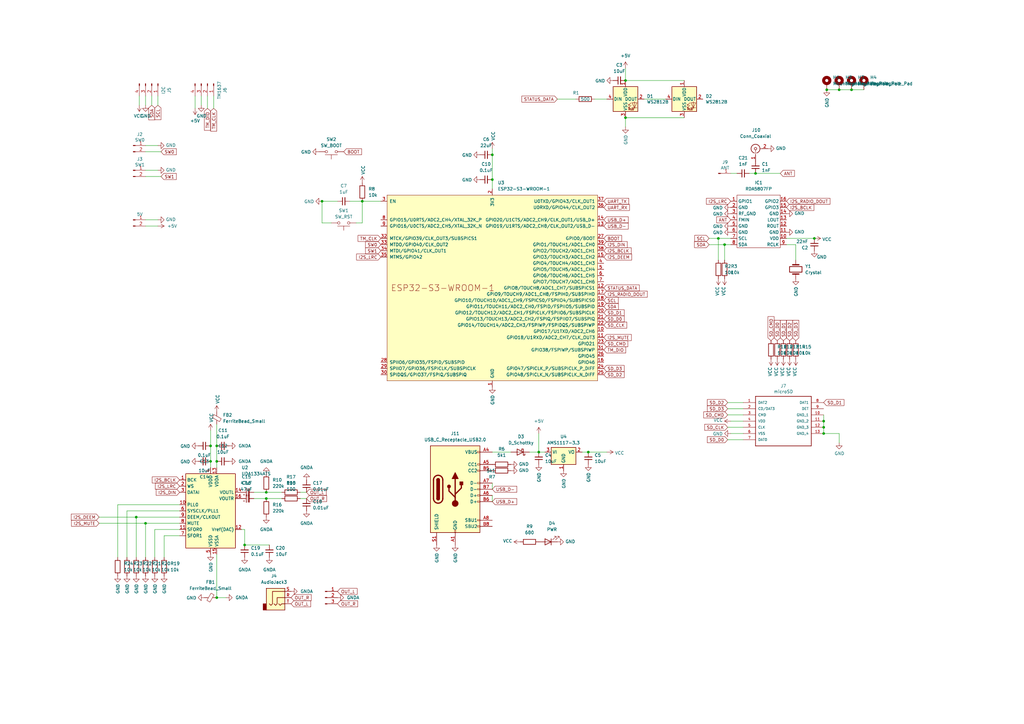
<source format=kicad_sch>
(kicad_sch (version 20231120) (generator "eeschema") (generator_version "8.0")
  (paper "A3")
  (title_block (title "ESP32-Alarm-clock") (date "2020-11-21") (rev "v0.2") (comment 4 "https://github.com/fehlfarbe/ESP32-Alarm-clock"))
  (junction (at 86.36 189.23))
  (junction (at 337.82 172.72))
  (junction (at 55.88 212.09))
  (junction (at 132.08 82.55))
  (junction (at 339.09 36.83))
  (junction (at 109.22 204.47))
  (junction (at 88.9 189.23))
  (junction (at 241.3 185.42))
  (junction (at 297.18 100.33))
  (junction (at 256.54 48.26))
  (junction (at 309.88 71.12))
  (junction (at 59.69 214.63))
  (junction (at 220.98 185.42))
  (junction (at 201.93 63.5))
  (junction (at 100.33 223.52))
  (junction (at 337.82 175.26))
  (junction (at 86.36 182.88))
  (junction (at 344.17 36.83))
  (junction (at 88.9 182.88))
  (junction (at 148.59 82.55))
  (junction (at 109.22 201.93))
  (junction (at 201.93 73.66))
  (junction (at 334.01 97.79))
  (junction (at 349.25 36.83))
  (junction (at 88.9 245.11))
  (junction (at 256.54 33.02))
  (junction (at 337.82 177.8))
  (junction (at 294.64 97.79))
  (wire (pts (xy 67.31 219.71) (xy 67.31 228.6)))
  (wire (pts (xy 148.59 82.55) (xy 156.21 82.55)))
  (wire (pts (xy 59.69 72.39) (xy 66.04 72.39)))
  (wire (pts (xy 201.93 73.66) (xy 201.93 77.47)))
  (wire (pts (xy 73.66 219.71) (xy 67.31 219.71)))
  (wire (pts (xy 132.08 91.44) (xy 132.08 82.55)))
  (wire (pts (xy 256.54 52.07) (xy 256.54 48.26)))
  (wire (pts (xy 201.93 203.2) (xy 201.93 205.74)))
  (wire (pts (xy 88.9 189.23) (xy 88.9 191.77)))
  (wire (pts (xy 256.54 33.02) (xy 280.67 33.02)))
  (wire (pts (xy 320.04 71.12) (xy 309.88 71.12)))
  (wire (pts (xy 86.36 189.23) (xy 86.36 191.77)))
  (wire (pts (xy 298.45 180.34) (xy 304.8 180.34)))
  (wire (pts (xy 298.45 175.26) (xy 304.8 175.26)))
  (wire (pts (xy 104.14 201.93) (xy 109.22 201.93)))
  (wire (pts (xy 88.9 173.99) (xy 88.9 182.88)))
  (wire (pts (xy 339.09 36.83) (xy 344.17 36.83)))
  (wire (pts (xy 220.98 177.8) (xy 220.98 185.42)))
  (wire (pts (xy 123.19 204.47) (xy 125.73 204.47)))
  (wire (pts (xy 297.18 100.33) (xy 299.72 100.33)))
  (wire (pts (xy 299.72 172.72) (xy 304.8 172.72)))
  (wire (pts (xy 256.54 27.94) (xy 256.54 33.02)))
  (wire (pts (xy 298.45 165.1) (xy 304.8 165.1)))
  (wire (pts (xy 132.08 82.55) (xy 138.43 82.55)))
  (wire (pts (xy 63.5 217.17) (xy 73.66 217.17)))
  (wire (pts (xy 64.77 92.71) (xy 59.69 92.71)))
  (wire (pts (xy 326.39 100.33) (xy 322.58 100.33)))
  (wire (pts (xy 88.9 182.88) (xy 88.9 189.23)))
  (wire (pts (xy 143.51 82.55) (xy 148.59 82.55)))
  (wire (pts (xy 52.07 209.55) (xy 52.07 228.6)))
  (wire (pts (xy 307.34 71.12) (xy 309.88 71.12)))
  (wire (pts (xy 59.69 62.23) (xy 66.04 62.23)))
  (wire (pts (xy 100.33 223.52) (xy 110.49 223.52)))
  (wire (pts (xy 217.17 185.42) (xy 220.98 185.42)))
  (wire (pts (xy 86.36 182.88) (xy 86.36 189.23)))
  (wire (pts (xy 201.93 185.42) (xy 209.55 185.42)))
  (wire (pts (xy 85.09 39.37) (xy 85.09 44.45)))
  (wire (pts (xy 40.64 212.09) (xy 55.88 212.09)))
  (wire (pts (xy 299.72 71.12) (xy 302.26 71.12)))
  (wire (pts (xy 100.33 217.17) (xy 100.33 223.52)))
  (wire (pts (xy 290.83 100.33) (xy 297.18 100.33)))
  (wire (pts (xy 109.22 204.47) (xy 115.57 204.47)))
  (wire (pts (xy 148.59 82.55) (xy 148.59 91.44)))
  (wire (pts (xy 256.54 48.26) (xy 280.67 48.26)))
  (wire (pts (xy 73.66 207.01) (xy 48.26 207.01)))
  (wire (pts (xy 298.45 170.18) (xy 304.8 170.18)))
  (wire (pts (xy 88.9 227.33) (xy 88.9 245.11)))
  (wire (pts (xy 146.05 91.44) (xy 148.59 91.44)))
  (wire (pts (xy 236.22 40.64) (xy 228.6 40.64)))
  (wire (pts (xy 135.89 91.44) (xy 132.08 91.44)))
  (wire (pts (xy 337.82 175.26) (xy 337.82 177.8)))
  (wire (pts (xy 238.76 185.42) (xy 241.3 185.42)))
  (wire (pts (xy 201.93 60.96) (xy 201.93 63.5)))
  (wire (pts (xy 220.98 185.42) (xy 223.52 185.42)))
  (wire (pts (xy 299.72 177.8) (xy 304.8 177.8)))
  (wire (pts (xy 294.64 97.79) (xy 294.64 106.68)))
  (wire (pts (xy 264.16 40.64) (xy 273.05 40.64)))
  (wire (pts (xy 73.66 209.55) (xy 52.07 209.55)))
  (wire (pts (xy 86.36 176.53) (xy 86.36 182.88)))
  (wire (pts (xy 337.82 175.26) (xy 337.82 172.72)))
  (wire (pts (xy 344.17 36.83) (xy 349.25 36.83)))
  (wire (pts (xy 73.66 212.09) (xy 55.88 212.09)))
  (wire (pts (xy 349.25 36.83) (xy 354.33 36.83)))
  (wire (pts (xy 298.45 167.64) (xy 304.8 167.64)))
  (wire (pts (xy 241.3 185.42) (xy 248.92 185.42)))
  (wire (pts (xy 201.93 63.5) (xy 201.93 73.66)))
  (wire (pts (xy 344.17 177.8) (xy 337.82 177.8)))
  (wire (pts (xy 290.83 97.79) (xy 294.64 97.79)))
  (wire (pts (xy 243.84 40.64) (xy 248.92 40.64)))
  (wire (pts (xy 337.82 172.72) (xy 337.82 170.18)))
  (wire (pts (xy 326.39 106.68) (xy 326.39 100.33)))
  (wire (pts (xy 59.69 43.18) (xy 59.69 39.37)))
  (wire (pts (xy 62.23 43.18) (xy 62.23 39.37)))
  (wire (pts (xy 104.14 204.47) (xy 109.22 204.47)))
  (wire (pts (xy 59.69 59.69) (xy 64.77 59.69)))
  (wire (pts (xy 109.22 201.93) (xy 115.57 201.93)))
  (wire (pts (xy 64.77 39.37) (xy 64.77 43.18)))
  (wire (pts (xy 294.64 97.79) (xy 299.72 97.79)))
  (wire (pts (xy 59.69 214.63) (xy 59.69 228.6)))
  (wire (pts (xy 99.06 217.17) (xy 100.33 217.17)))
  (wire (pts (xy 297.18 100.33) (xy 297.18 106.68)))
  (wire (pts (xy 123.19 201.93) (xy 125.73 201.93)))
  (wire (pts (xy 334.01 97.79) (xy 322.58 97.79)))
  (wire (pts (xy 87.63 44.45) (xy 87.63 39.37)))
  (wire (pts (xy 344.17 181.61) (xy 344.17 177.8)))
  (wire (pts (xy 92.71 245.11) (xy 88.9 245.11)))
  (wire (pts (xy 64.77 90.17) (xy 59.69 90.17)))
  (wire (pts (xy 63.5 217.17) (xy 63.5 228.6)))
  (wire (pts (xy 80.01 44.45) (xy 80.01 39.37)))
  (wire (pts (xy 55.88 212.09) (xy 55.88 228.6)))
  (wire (pts (xy 82.55 43.18) (xy 82.55 39.37)))
  (wire (pts (xy 48.26 207.01) (xy 48.26 228.6)))
  (wire (pts (xy 57.15 43.18) (xy 57.15 39.37)))
  (wire (pts (xy 40.64 214.63) (xy 59.69 214.63)))
  (wire (pts (xy 201.93 198.12) (xy 201.93 200.66)))
  (wire (pts (xy 59.69 69.85) (xy 64.77 69.85)))
  (wire (pts (xy 59.69 214.63) (xy 73.66 214.63)))
  (global_label "SW0" (shape input) (at 156.21 100.33 180) (property "Intersheetrefs" "${INTERSHEET_REFS}" (effects (hide yes))) (property "Referenzen zwischen Schaltplänen" "${INTERSHEET_REFS}" (effects (hide yes))))
  (global_label "SCL" (shape input) (at 247.65 123.19 0) (property "Intersheetrefs" "${INTERSHEET_REFS}" (effects (hide yes))) (property "Referenzen zwischen Schaltplänen" "${INTERSHEET_REFS}" (effects (hide yes))))
  (global_label "STATUS_DATA" (shape input) (at 228.6 40.64 180) (property "Intersheetrefs" "${INTERSHEET_REFS}" (effects (hide yes))) (property "Referenzen zwischen Schaltplänen" "${INTERSHEET_REFS}" (effects (hide yes))))
  (global_label "I2S_LRC" (shape input) (at 156.21 105.41 180) (property "Intersheetrefs" "${INTERSHEET_REFS}" (effects (hide yes))) (property "Referenzen zwischen Schaltplänen" "${INTERSHEET_REFS}" (effects (hide yes))))
  (global_label "SD_D0" (shape input) (at 298.45 180.34 180) (property "Intersheetrefs" "${INTERSHEET_REFS}" (effects (hide yes))) (property "Referenzen zwischen Schaltplänen" "${INTERSHEET_REFS}" (effects (hide yes))))
  (global_label "SDA" (shape input) (at 247.65 125.73 0) (property "Intersheetrefs" "${INTERSHEET_REFS}" (effects (hide yes))) (property "Referenzen zwischen Schaltplänen" "${INTERSHEET_REFS}" (effects (hide yes))))
  (global_label "I2S_MUTE" (shape input) (at 247.65 138.43 0) (property "Intersheetrefs" "${INTERSHEET_REFS}" (effects (hide yes))) (property "Referenzen zwischen Schaltplänen" "${INTERSHEET_REFS}" (effects (hide yes))))
  (global_label "SD_CMD" (shape input) (at 247.65 140.97 0) (property "Intersheetrefs" "${INTERSHEET_REFS}" (effects (hide yes))) (property "Referenzen zwischen Schaltplänen" "${INTERSHEET_REFS}" (effects (hide yes))))
  (global_label "OUT_R" (shape input) (at 125.73 204.47 0) (property "Intersheetrefs" "${INTERSHEET_REFS}" (effects (hide yes))) (property "Referenzen zwischen Schaltplänen" "${INTERSHEET_REFS}" (effects (hide yes))))
  (global_label "SD_CLK" (shape input) (at 247.65 133.35 0) (property "Intersheetrefs" "${INTERSHEET_REFS}" (effects (hide yes))) (property "Referenzen zwischen Schaltplänen" "${INTERSHEET_REFS}" (effects (hide yes))))
  (global_label "ANT" (shape input) (at 299.72 90.17 180) (property "Intersheetrefs" "${INTERSHEET_REFS}" (effects (hide yes))) (property "Referenzen zwischen Schaltplänen" "${INTERSHEET_REFS}" (effects (hide yes))))
  (global_label "UART_RX" (shape input) (at 247.65 85.09 0) (property "Intersheetrefs" "${INTERSHEET_REFS}" (effects (hide yes))) (property "Referenzen zwischen Schaltplänen" "${INTERSHEET_REFS}" (effects (hide yes))))
  (global_label "USB_D-" (shape input) (at 247.65 92.71 0) (property "Intersheetrefs" "${INTERSHEET_REFS}" (effects (hide yes))) (property "Referenzen zwischen Schaltplänen" "${INTERSHEET_REFS}" (effects (hide yes))))
  (global_label "USB_D+" (shape input) (at 247.65 90.17 0) (property "Intersheetrefs" "${INTERSHEET_REFS}" (effects (hide yes))) (property "Referenzen zwischen Schaltplänen" "${INTERSHEET_REFS}" (effects (hide yes))))
  (global_label "SD_D3" (shape input) (at 247.65 151.13 0) (property "Intersheetrefs" "${INTERSHEET_REFS}" (effects (hide yes))) (property "Referenzen zwischen Schaltplänen" "${INTERSHEET_REFS}" (effects (hide yes))))
  (global_label "SDA" (shape input) (at 290.83 100.33 180) (property "Intersheetrefs" "${INTERSHEET_REFS}" (effects (hide yes))) (property "Referenzen zwischen Schaltplänen" "${INTERSHEET_REFS}" (effects (hide yes))))
  (global_label "I2S_RADIO_DOUT" (shape input) (at 247.65 120.65 0) (property "Intersheetrefs" "${INTERSHEET_REFS}" (effects (hide yes))) (property "Referenzen zwischen Schaltplänen" "${INTERSHEET_REFS}" (effects (hide yes))))
  (global_label "OUT_R" (shape input) (at 119.38 245.11 0) (property "Intersheetrefs" "${INTERSHEET_REFS}" (effects (hide yes))) (property "Referenzen zwischen Schaltplänen" "${INTERSHEET_REFS}" (effects (hide yes))))
  (global_label "OUT_R" (shape input) (at 138.43 247.65 0) (property "Intersheetrefs" "${INTERSHEET_REFS}" (effects (hide yes))) (property "Referenzen zwischen Schaltplänen" "${INTERSHEET_REFS}" (effects (hide yes))))
  (global_label "SW0" (shape input) (at 66.04 62.23 0) (property "Intersheetrefs" "${INTERSHEET_REFS}" (effects (hide yes))) (property "Referenzen zwischen Schaltplänen" "${INTERSHEET_REFS}" (effects (hide yes))))
  (global_label "SD_D3" (shape input) (at 298.45 167.64 180) (property "Intersheetrefs" "${INTERSHEET_REFS}" (effects (hide yes))) (property "Referenzen zwischen Schaltplänen" "${INTERSHEET_REFS}" (effects (hide yes))))
  (global_label "I2S_DEEM" (shape input) (at 247.65 105.41 0) (property "Intersheetrefs" "${INTERSHEET_REFS}" (effects (hide yes))) (property "Referenzen zwischen Schaltplänen" "${INTERSHEET_REFS}" (effects (hide yes))))
  (global_label "STATUS_DATA" (shape input) (at 247.65 118.11 0) (property "Intersheetrefs" "${INTERSHEET_REFS}" (effects (hide yes))) (property "Referenzen zwischen Schaltplänen" "${INTERSHEET_REFS}" (effects (hide yes))))
  (global_label "SD_CLK" (shape input) (at 298.45 175.26 180) (property "Intersheetrefs" "${INTERSHEET_REFS}" (effects (hide yes))) (property "Referenzen zwischen Schaltplänen" "${INTERSHEET_REFS}" (effects (hide yes))))
  (global_label "TM_CLK" (shape input) (at 87.63 44.45 270) (property "Intersheetrefs" "${INTERSHEET_REFS}" (effects (hide yes))) (property "Referenzen zwischen Schaltplänen" "${INTERSHEET_REFS}" (effects (hide yes))))
  (global_label "I2S_MUTE" (shape input) (at 40.64 214.63 180) (property "Intersheetrefs" "${INTERSHEET_REFS}" (effects (hide yes))) (property "Referenzen zwischen Schaltplänen" "${INTERSHEET_REFS}" (effects (hide yes))))
  (global_label "BOOT" (shape input) (at 140.97 62.23 0) (property "Intersheetrefs" "${INTERSHEET_REFS}" (effects (hide yes))) (property "Referenzen zwischen Schaltplänen" "${INTERSHEET_REFS}" (effects (hide yes))))
  (global_label "BOOT" (shape input) (at 247.65 97.79 0) (property "Intersheetrefs" "${INTERSHEET_REFS}" (effects (hide yes))) (property "Referenzen zwischen Schaltplänen" "${INTERSHEET_REFS}" (effects (hide yes))))
  (global_label "SD_CMD" (shape input) (at 298.45 170.18 180) (property "Intersheetrefs" "${INTERSHEET_REFS}" (effects (hide yes))) (property "Referenzen zwischen Schaltplänen" "${INTERSHEET_REFS}" (effects (hide yes))))
  (global_label "I2S_DIN" (shape input) (at 247.65 100.33 0) (property "Intersheetrefs" "${INTERSHEET_REFS}" (effects (hide yes))) (property "Referenzen zwischen Schaltplänen" "${INTERSHEET_REFS}" (effects (hide yes))))
  (global_label "SW1" (shape input) (at 66.04 72.39 0) (property "Intersheetrefs" "${INTERSHEET_REFS}" (effects (hide yes))) (property "Referenzen zwischen Schaltplänen" "${INTERSHEET_REFS}" (effects (hide yes))))
  (global_label "SD_D0" (shape input) (at 247.65 130.81 0) (property "Intersheetrefs" "${INTERSHEET_REFS}" (effects (hide yes))) (property "Referenzen zwischen Schaltplänen" "${INTERSHEET_REFS}" (effects (hide yes))))
  (global_label "TM_DIO" (shape input) (at 247.65 143.51 0) (property "Intersheetrefs" "${INTERSHEET_REFS}" (effects (hide yes))) (property "Referenzen zwischen Schaltplänen" "${INTERSHEET_REFS}" (effects (hide yes))))
  (global_label "SCL" (shape input) (at 290.83 97.79 180) (property "Intersheetrefs" "${INTERSHEET_REFS}" (effects (hide yes))) (property "Referenzen zwischen Schaltplänen" "${INTERSHEET_REFS}" (effects (hide yes))))
  (global_label "I2S_BCLK" (shape input) (at 322.58 85.09 0) (property "Intersheetrefs" "${INTERSHEET_REFS}" (effects (hide yes))) (property "Referenzen zwischen Schaltplänen" "${INTERSHEET_REFS}" (effects (hide yes))))
  (global_label "SDA" (shape input) (at 62.23 43.18 270) (property "Intersheetrefs" "${INTERSHEET_REFS}" (effects (hide yes))) (property "Referenzen zwischen Schaltplänen" "${INTERSHEET_REFS}" (effects (hide yes))))
  (global_label "I2S_DIN" (shape input) (at 73.66 201.93 180) (property "Intersheetrefs" "${INTERSHEET_REFS}" (effects (hide yes))) (property "Referenzen zwischen Schaltplänen" "${INTERSHEET_REFS}" (effects (hide yes))))
  (global_label "SW1" (shape input) (at 156.21 102.87 180) (property "Intersheetrefs" "${INTERSHEET_REFS}" (effects (hide yes))) (property "Referenzen zwischen Schaltplänen" "${INTERSHEET_REFS}" (effects (hide yes))))
  (global_label "SD_D2" (shape input) (at 323.85 139.7 90) (property "Intersheetrefs" "${INTERSHEET_REFS}" (effects (hide yes))) (property "Referenzen zwischen Schaltplänen" "${INTERSHEET_REFS}" (effects (hide yes))))
  (global_label "UART_TX" (shape input) (at 247.65 82.55 0) (property "Intersheetrefs" "${INTERSHEET_REFS}" (effects (hide yes))) (property "Referenzen zwischen Schaltplänen" "${INTERSHEET_REFS}" (effects (hide yes))))
  (global_label "SD_D0" (shape input) (at 318.77 139.7 90) (property "Intersheetrefs" "${INTERSHEET_REFS}" (effects (hide yes))) (property "Referenzen zwischen Schaltplänen" "${INTERSHEET_REFS}" (effects (hide yes))))
  (global_label "I2S_BCLK" (shape input) (at 73.66 196.85 180) (property "Intersheetrefs" "${INTERSHEET_REFS}" (effects (hide yes))) (property "Referenzen zwischen Schaltplänen" "${INTERSHEET_REFS}" (effects (hide yes))))
  (global_label "SD_D3" (shape input) (at 326.39 139.7 90) (property "Intersheetrefs" "${INTERSHEET_REFS}" (effects (hide yes))) (property "Referenzen zwischen Schaltplänen" "${INTERSHEET_REFS}" (effects (hide yes))))
  (global_label "USB_D-" (shape input) (at 201.93 200.66 0) (property "Intersheetrefs" "${INTERSHEET_REFS}" (effects (hide yes))) (property "Referenzen zwischen Schaltplänen" "${INTERSHEET_REFS}" (effects (hide yes))))
  (global_label "OUT_L" (shape input) (at 138.43 242.57 0) (property "Intersheetrefs" "${INTERSHEET_REFS}" (effects (hide yes))) (property "Referenzen zwischen Schaltplänen" "${INTERSHEET_REFS}" (effects (hide yes))))
  (global_label "SD_D2" (shape input) (at 298.45 165.1 180) (property "Intersheetrefs" "${INTERSHEET_REFS}" (effects (hide yes))) (property "Referenzen zwischen Schaltplänen" "${INTERSHEET_REFS}" (effects (hide yes))))
  (global_label "I2S_LRC" (shape input) (at 299.72 82.55 180) (property "Intersheetrefs" "${INTERSHEET_REFS}" (effects (hide yes))) (property "Referenzen zwischen Schaltplänen" "${INTERSHEET_REFS}" (effects (hide yes))))
  (global_label "TM_CLK" (shape input) (at 156.21 97.79 180) (property "Intersheetrefs" "${INTERSHEET_REFS}" (effects (hide yes))) (property "Referenzen zwischen Schaltplänen" "${INTERSHEET_REFS}" (effects (hide yes))))
  (global_label "SCL" (shape input) (at 64.77 43.18 270) (property "Intersheetrefs" "${INTERSHEET_REFS}" (effects (hide yes))) (property "Referenzen zwischen Schaltplänen" "${INTERSHEET_REFS}" (effects (hide yes))))
  (global_label "TM_DIO" (shape input) (at 85.09 44.45 270) (property "Intersheetrefs" "${INTERSHEET_REFS}" (effects (hide yes))) (property "Referenzen zwischen Schaltplänen" "${INTERSHEET_REFS}" (effects (hide yes))))
  (global_label "SD_D2" (shape input) (at 247.65 153.67 0) (property "Intersheetrefs" "${INTERSHEET_REFS}" (effects (hide yes))) (property "Referenzen zwischen Schaltplänen" "${INTERSHEET_REFS}" (effects (hide yes))))
  (global_label "SD_D1" (shape input) (at 337.82 165.1 0) (property "Intersheetrefs" "${INTERSHEET_REFS}" (effects (hide yes))) (property "Referenzen zwischen Schaltplänen" "${INTERSHEET_REFS}" (effects (hide yes))))
  (global_label "SD_CMD" (shape input) (at 316.23 139.7 90) (property "Intersheetrefs" "${INTERSHEET_REFS}" (effects (hide yes))) (property "Referenzen zwischen Schaltplänen" "${INTERSHEET_REFS}" (effects (hide yes))))
  (global_label "OUT_L" (shape input) (at 125.73 201.93 0) (property "Intersheetrefs" "${INTERSHEET_REFS}" (effects (hide yes))) (property "Referenzen zwischen Schaltplänen" "${INTERSHEET_REFS}" (effects (hide yes))))
  (global_label "OUT_L" (shape input) (at 119.38 247.65 0) (property "Intersheetrefs" "${INTERSHEET_REFS}" (effects (hide yes))) (property "Referenzen zwischen Schaltplänen" "${INTERSHEET_REFS}" (effects (hide yes))))
  (global_label "SD_D1" (shape input) (at 321.31 139.7 90) (property "Intersheetrefs" "${INTERSHEET_REFS}" (effects (hide yes))) (property "Referenzen zwischen Schaltplänen" "${INTERSHEET_REFS}" (effects (hide yes))))
  (global_label "I2S_RADIO_DOUT" (shape input) (at 322.58 82.55 0) (property "Intersheetrefs" "${INTERSHEET_REFS}" (effects (hide yes))) (property "Referenzen zwischen Schaltplänen" "${INTERSHEET_REFS}" (effects (hide yes))))
  (global_label "I2S_DEEM" (shape input) (at 40.64 212.09 180) (property "Intersheetrefs" "${INTERSHEET_REFS}" (effects (hide yes))) (property "Referenzen zwischen Schaltplänen" "${INTERSHEET_REFS}" (effects (hide yes))))
  (global_label "SD_D1" (shape input) (at 247.65 128.27 0) (property "Intersheetrefs" "${INTERSHEET_REFS}" (effects (hide yes))) (property "Referenzen zwischen Schaltplänen" "${INTERSHEET_REFS}" (effects (hide yes))))
  (global_label "ANT" (shape input) (at 320.04 71.12 0) (property "Intersheetrefs" "${INTERSHEET_REFS}" (effects (hide yes))) (property "Referenzen zwischen Schaltplänen" "${INTERSHEET_REFS}" (effects (hide yes))))
  (global_label "USB_D+" (shape input) (at 201.93 205.74 0) (property "Intersheetrefs" "${INTERSHEET_REFS}" (effects (hide yes))) (property "Referenzen zwischen Schaltplänen" "${INTERSHEET_REFS}" (effects (hide yes))))
  (global_label "I2S_BCLK" (shape input) (at 247.65 102.87 0) (property "Intersheetrefs" "${INTERSHEET_REFS}" (effects (hide yes))) (property "Referenzen zwischen Schaltplänen" "${INTERSHEET_REFS}" (effects (hide yes))))
  (global_label "I2S_LRC" (shape input) (at 73.66 199.39 180) (property "Intersheetrefs" "${INTERSHEET_REFS}" (effects (hide yes))) (property "Referenzen zwischen Schaltplänen" "${INTERSHEET_REFS}" (effects (hide yes))))
  (symbol (lib_id "Connector:Conn_01x04_Male") (at 62.23 34.29 270) (unit 1)
    (property "Reference" "J5" (at 69.3674 37.0332 0))
    (property "Value" "I2C" (at 67.056 37.0332 0))
    (property "Footprint" "Connector_PinHeader_2.54mm:PinHeader_1x04_P2.54mm_Vertical" (effects (hide yes)))
  )
  (symbol (lib_id "mp3alarm-rescue:105162-0001-105162-0001") (at 304.8 165.1 0) (unit 1)
    (property "Reference" "J7" (at 321.31 158.3182 0))
    (property "Value" "microSD" (at 321.31 160.6296 0))
    (property "Footprint" "pcb:105162-0001" (effects (hide yes)))
    (property "MANUFACTURER_NAME" "Molex" (effects (hide yes)))
    (property "MOUSER_PRICE-STOCK" "https://www.mouser.co.uk/ProductDetail/Molex/105162-0001?qs=1fNsfHe5VsK8daqlgKxZfQ%3D%3D" (effects (hide yes)))
    (property "DESCRIPTION" "Memory Card Connectors 1.45H MICRO SD HEADER WITH D/C PIN" (effects (hide yes)))
    (property "MOUSER_PART_NUMBER" "538-105162-0001" (effects (hide yes)))
    (property "HEIGHT" "mm" (effects (hide yes)))
    (property "MANUFACTURER_PART_NUMBER" "105162-0001" (effects (hide yes)))
    (property "Link" "https://www.mouser.de/ProductDetail/538-105162-0001" (effects (hide yes)))
  )
  (symbol (lib_id "Connector:Conn_01x03_Male") (at 133.35 245.11 0) (unit 1)
    (property "Reference" "J1" (effects (hide yes)))
    (property "Value" "AUDIO" (effects (hide yes)))
    (property "Footprint" "Connector_PinHeader_2.54mm:PinHeader_1x03_P2.54mm_Vertical" (effects (hide yes)))
  )
  (symbol (lib_id "Connector:Conn_01x04_Male") (at 85.09 34.29 270) (unit 1)
    (property "Reference" "J6" (at 92.2274 37.0332 0))
    (property "Value" "TM1637" (at 89.916 37.0332 0))
    (property "Footprint" "Connector_PinHeader_2.54mm:PinHeader_1x04_P2.54mm_Vertical" (effects (hide yes)))
  )
  (symbol (lib_id "Connector:Conn_01x02_Male") (at 54.61 59.69 0) (unit 1)
    (property "Reference" "J2" (at 57.3532 55.0926 0))
    (property "Value" "SW0" (at 57.3532 57.404 0))
    (property "Footprint" "Connector_PinHeader_2.54mm:PinHeader_1x02_P2.54mm_Vertical" (effects (hide yes)))
  )
  (symbol (lib_id "Connector:Conn_01x02_Male") (at 54.61 69.85 0) (unit 1)
    (property "Reference" "J3" (at 57.3532 65.2526 0))
    (property "Value" "SW1" (at 57.3532 67.564 0))
    (property "Footprint" "Connector_PinHeader_2.54mm:PinHeader_1x02_P2.54mm_Vertical" (effects (hide yes)))
  )
  (symbol (lib_id "LED:WS2812B") (at 256.54 40.64 0) (unit 1)
    (property "Reference" "D1" (at 265.2776 39.4716 0) (effects (justify left)))
    (property "Value" "WS2812B" (at 265.2776 41.783 0) (effects (justify left)))
    (property "Footprint" "LED_SMD:LED_WS2812B_PLCC4_5.0x5.0mm_P3.2mm" (effects (hide yes)))
    (property "Datasheet" "https://cdn-shop.adafruit.com/datasheets/WS2812B.pdf" (effects (hide yes)))
  )
  (symbol (lib_id "power:GND") (at 344.17 181.61 0) (unit 1)
    (property "Reference" "#PWR017" (effects (hide yes)))
    (property "Value" "GND" (at 344.297 186.0042 0))
  )
  (symbol (lib_id "power:VCC") (at 299.72 172.72 90) (unit 1)
    (property "Reference" "#PWR013" (effects (hide yes)))
    (property "Value" "VCC" (at 296.4942 172.339 90) (effects (justify left)))
  )
  (symbol (lib_id "power:GND") (at 299.72 177.8 270) (unit 1)
    (property "Reference" "#PWR014" (effects (hide yes)))
    (property "Value" "GND" (at 296.4688 177.927 90) (effects (justify right)))
  )
  (symbol (lib_id "power:VCC") (at 57.15 43.18 180) (unit 1)
    (property "Reference" "#PWR06" (effects (hide yes)))
    (property "Value" "VCC" (at 56.769 47.5742 0))
  )
  (symbol (lib_id "power:GND") (at 59.69 43.18 0) (unit 1)
    (property "Reference" "#PWR07" (effects (hide yes)))
    (property "Value" "GND" (at 59.817 47.5742 0))
  )
  (symbol (lib_id "power:GND") (at 64.77 59.69 90) (unit 1)
    (property "Reference" "#PWR03" (effects (hide yes)))
    (property "Value" "GND" (at 68.0212 59.563 90) (effects (justify right)))
  )
  (symbol (lib_id "power:GND") (at 64.77 69.85 90) (unit 1)
    (property "Reference" "#PWR04" (effects (hide yes)))
    (property "Value" "GND" (at 68.0212 69.723 90) (effects (justify right)))
  )
  (symbol (lib_id "power:GND") (at 82.55 43.18 0) (unit 1)
    (property "Reference" "#PWR08" (effects (hide yes)))
    (property "Value" "GND" (at 82.677 47.5742 0))
  )
  (symbol (lib_id "Connector:Conn_01x01_Male") (at 294.64 71.12 0) (unit 1)
    (property "Reference" "J9" (at 297.3832 66.5226 0))
    (property "Value" "ANT" (at 297.3832 68.834 0))
    (property "Footprint" "Connector_PinHeader_2.54mm:PinHeader_1x01_P2.54mm_Vertical" (effects (hide yes)))
  )
  (symbol (lib_id "Device:R") (at 240.03 40.64 90) (unit 1)
    (property "Reference" "R1" (at 236.22 38.1 90))
    (property "Value" "500" (at 240.03 40.64 90))
    (property "Footprint" "Resistor_SMD:R_1206_3216Metric" (effects (hide yes)))
  )
  (symbol (lib_id "power:GND") (at 256.54 52.07 0) (unit 1)
    (property "Reference" "#PWR018" (effects (hide yes)))
    (property "Value" "GND" (at 256.667 55.3212 90) (effects (justify right)))
  )
  (symbol (lib_id "Connector:Conn_01x02_Male") (at 54.61 90.17 0) (unit 1)
    (property "Reference" "J8" (effects (hide yes)))
    (property "Value" "5V" (at 57.3532 87.884 0))
    (property "Footprint" "Connector_PinHeader_2.54mm:PinHeader_1x02_P2.54mm_Vertical" (effects (hide yes)))
  )
  (symbol (lib_id "power:GND") (at 64.77 90.17 90) (unit 1)
    (property "Reference" "#PWR0101" (effects (hide yes)))
    (property "Value" "GND" (at 68.0212 90.043 90) (effects (justify right)))
  )
  (symbol (lib_id "PCM_Espressif:ESP32-S3-WROOM-1") (at 201.93 118.11 0) (unit 1)
    (property "Reference" "U3" (at 204.1241 74.93 0) (effects (justify left)))
    (property "Value" "ESP32-S3-WROOM-1" (at 204.1241 77.47 0) (effects (justify left)))
    (property "Footprint" "PCM_Espressif:ESP32-S3-WROOM-1" (effects (hide yes)))
    (property "Datasheet" "https://www.espressif.com/sites/default/files/documentation/esp32-s3-wroom-1_wroom-1u_datasheet_en.pdf" (effects (hide yes)))
    (property "Link" "https://www.mouser.de/ProductDetail/356-ESP32S3WROOM1N16" (effects (hide yes)))
  )
  (symbol (lib_id "power:GNDA") (at 138.43 245.11 90) (unit 1)
    (property "Reference" "#PWR061" (effects (hide yes)))
    (property "Value" "GNDA" (at 142.24 245.11 90) (effects (justify right)))
  )
  (symbol (lib_id "Device:C_Small") (at 91.44 189.23 90) (unit 1)
    (property "Reference" "C12" (at 91.4463 182.88 90))
    (property "Value" "10uF" (at 91.4463 185.42 90))
    (property "Footprint" "Capacitor_SMD:C_1206_3216Metric" (effects (hide yes)))
  )
  (symbol (lib_id "Switch:SW_Push") (at 135.89 62.23 180) (unit 1)
    (property "Reference" "SW2" (at 135.89 57.15 0))
    (property "Value" "SW_BOOT" (at 135.89 59.69 0))
    (property "Footprint" "Button_Switch_SMD:SW_SPST_CK_RS282G05A3" (effects (hide yes)))
  )
  (symbol (lib_id "power:+5V") (at 256.54 27.94 0) (unit 1)
    (property "Reference" "#PWR05" (effects (hide yes)))
    (property "Value" "+5V" (at 256.54 22.86 0))
  )
  (symbol (lib_id "Device:R") (at 59.69 232.41 180) (unit 1)
    (property "Reference" "R21" (at 62.23 231.14 0) (effects (justify right)))
    (property "Value" "10k" (at 62.23 233.68 0) (effects (justify right)))
    (property "Footprint" "Resistor_SMD:R_1206_3216Metric" (effects (hide yes)))
  )
  (symbol (lib_id "power:GND") (at 132.08 82.55 270) (unit 1)
    (property "Reference" "#PWR031" (effects (hide yes)))
    (property "Value" "GND" (at 128.8288 82.677 90) (effects (justify right)))
  )
  (symbol (lib_id "Device:R") (at 205.74 190.5 270) (unit 1)
    (property "Reference" "R6" (at 205.74 184.15 90))
    (property "Value" "5k1" (at 205.74 186.69 90))
    (property "Footprint" "Resistor_SMD:R_1206_3216Metric" (effects (hide yes)))
  )
  (symbol (lib_id "Switch:SW_Push") (at 140.97 91.44 180) (unit 1)
    (property "Reference" "SW1" (at 140.97 86.36 0))
    (property "Value" "SW_RST" (at 140.97 88.9 0))
    (property "Footprint" "Button_Switch_SMD:SW_SPST_CK_RS282G05A3" (effects (hide yes)))
  )
  (symbol (lib_id "Device:C_Polarized_Small") (at 101.6 201.93 90) (unit 1)
    (property "Reference" "C15" (at 101.0539 195.58 90))
    (property "Value" "47uF" (at 101.0539 198.12 90))
    (property "Footprint" "Capacitor_SMD:C_Elec_6.3x5.4" (effects (hide yes)))
  )
  (symbol (lib_id "power:GND") (at 209.55 190.5 90) (unit 1)
    (property "Reference" "#PWR025" (effects (hide yes)))
    (property "Value" "GND" (at 212.8012 190.373 90) (effects (justify right)))
  )
  (symbol (lib_id "Device:R") (at 294.64 110.49 0) (unit 1)
    (property "Reference" "R2" (at 297.18 109.2199 0) (effects (justify left)))
    (property "Value" "10k" (at 297.18 111.7599 0) (effects (justify left)))
    (property "Footprint" "Resistor_SMD:R_1206_3216Metric" (effects (hide yes)))
  )
  (symbol (lib_id "power:GNDA") (at 92.71 245.11 90) (unit 1)
    (property "Reference" "#PWR052" (effects (hide yes)))
    (property "Value" "GNDA" (at 96.52 245.11 90) (effects (justify right)))
  )
  (symbol (lib_id "power:GND") (at 322.58 95.25 90) (unit 1)
    (property "Reference" "#PWR0114" (effects (hide yes)))
    (property "Value" "GND" (at 325.8312 95.123 90) (effects (justify right)))
  )
  (symbol (lib_id "power:GNDA") (at 93.98 182.88 90) (unit 1)
    (property "Reference" "#PWR045" (effects (hide yes)))
    (property "Value" "GNDA" (at 97.79 182.88 90) (effects (justify right)))
  )
  (symbol (lib_id "Device:R") (at 55.88 232.41 180) (unit 1)
    (property "Reference" "R22" (at 58.42 231.14 0) (effects (justify right)))
    (property "Value" "10k" (at 58.42 233.68 0) (effects (justify right)))
    (property "Footprint" "Resistor_SMD:R_1206_3216Metric" (effects (hide yes)))
  )
  (symbol (lib_id "power:GND") (at 196.85 73.66 270) (unit 1)
    (property "Reference" "#PWR028" (effects (hide yes)))
    (property "Value" "GND" (at 193.5988 73.787 90) (effects (justify right)))
  )
  (symbol (lib_id "Device:R") (at 321.31 143.51 0) (unit 1)
    (property "Reference" "R13" (at 323.85 142.2399 0) (effects (justify left)))
    (property "Value" "10k" (at 323.85 144.7799 0) (effects (justify left)))
    (property "Footprint" "Resistor_SMD:R_1206_3216Metric" (effects (hide yes)))
  )
  (symbol (lib_id "Device:C_Small") (at 199.39 73.66 90) (unit 1)
    (property "Reference" "C10" (at 199.3963 67.31 90))
    (property "Value" "0.1uF" (at 199.3963 69.85 90))
    (property "Footprint" "Capacitor_SMD:C_1206_3216Metric" (effects (hide yes)))
  )
  (symbol (lib_id "power:GND") (at 220.98 190.5 0) (unit 1)
    (property "Reference" "#PWR026" (effects (hide yes)))
    (property "Value" "GND" (at 221.107 193.7512 90) (effects (justify right)))
  )
  (symbol (lib_id "power:GND") (at 231.14 193.04 0) (unit 1)
    (property "Reference" "#PWR023" (effects (hide yes)))
    (property "Value" "GND" (at 231.267 196.2912 90) (effects (justify right)))
  )
  (symbol (lib_id "power:GND") (at 67.31 236.22 0) (unit 1)
    (property "Reference" "#PWR01" (effects (hide yes)))
    (property "Value" "GND" (at 67.437 239.4712 90) (effects (justify right)))
  )
  (symbol (lib_id "power:GND") (at 81.28 189.23 270) (unit 1)
    (property "Reference" "#PWR049" (effects (hide yes)))
    (property "Value" "GND" (at 78.0288 189.357 90) (effects (justify right)))
  )
  (symbol (lib_id "Device:C_Small") (at 309.88 68.58 180) (unit 1)
    (property "Reference" "C1" (at 312.42 67.3036 0) (effects (justify right)))
    (property "Value" "1nF" (at 312.42 69.8436 0) (effects (justify right)))
    (property "Footprint" "Capacitor_SMD:C_1206_3216Metric" (effects (hide yes)))
  )
  (symbol (lib_id "Device:R") (at 52.07 232.41 180) (unit 1)
    (property "Reference" "R23" (at 54.61 231.14 0) (effects (justify right)))
    (property "Value" "10k" (at 54.61 233.68 0) (effects (justify right)))
    (property "Footprint" "Resistor_SMD:R_1206_3216Metric" (effects (hide yes)))
  )
  (symbol (lib_id "Device:C_Small") (at 83.82 189.23 270) (unit 1)
    (property "Reference" "C14" (at 83.8137 195.58 90))
    (property "Value" "10uF" (at 83.8137 193.04 90))
    (property "Footprint" "Capacitor_SMD:C_1206_3216Metric" (effects (hide yes)))
  )
  (symbol (lib_id "power:VCC") (at 213.36 222.25 90) (unit 1)
    (property "Reference" "#PWR036" (effects (hide yes)))
    (property "Value" "VCC" (at 210.1088 221.869 90) (effects (justify left)))
  )
  (symbol (lib_id "power:+5V") (at 64.77 92.71 270) (unit 1)
    (property "Reference" "#PWR022" (effects (hide yes)))
    (property "Value" "+5V" (at 68.58 92.71 90) (effects (justify left)))
  )
  (symbol (lib_id "Device:Crystal") (at 326.39 110.49 270) (unit 1)
    (property "Reference" "Y1" (at 330.2 109.2199 90) (effects (justify left)))
    (property "Value" "Crystal" (at 330.2 111.7599 90) (effects (justify left)))
    (property "Footprint" "Crystal:Crystal_SMD_2012-2Pin_2.0x1.2mm" (effects (hide yes)))
  )
  (symbol (lib_id "Device:R") (at 119.38 204.47 90) (unit 1)
    (property "Reference" "R18" (at 119.38 198.12 90))
    (property "Value" "100" (at 119.38 200.66 90))
    (property "Footprint" "Resistor_SMD:R_1206_3216Metric" (effects (hide yes)))
  )
  (symbol (lib_id "power:GND") (at 314.96 60.96 90) (unit 1)
    (property "Reference" "#PWR0115" (effects (hide yes)))
    (property "Value" "GND" (at 318.2112 60.833 90) (effects (justify right)))
  )
  (symbol (lib_id "power:GND") (at 251.46 33.02 270) (unit 1)
    (property "Reference" "#PWR037" (effects (hide yes)))
    (property "Value" "GND" (at 248.2088 33.147 90) (effects (justify right)))
  )
  (symbol (lib_id "power:GND") (at 339.09 36.83 0) (unit 1)
    (property "Reference" "#PWR0120" (effects (hide yes)))
    (property "Value" "GND" (at 339.217 40.0812 90) (effects (justify right)))
  )
  (symbol (lib_id "LED:WS2812B") (at 280.67 40.64 0) (unit 1)
    (property "Reference" "D2" (at 289.4076 39.4716 0) (effects (justify left)))
    (property "Value" "WS2812B" (at 289.4076 41.783 0) (effects (justify left)))
    (property "Footprint" "LED_SMD:LED_WS2812B_PLCC4_5.0x5.0mm_P3.2mm" (effects (hide yes)))
    (property "Datasheet" "https://cdn-shop.adafruit.com/datasheets/WS2812B.pdf" (effects (hide yes)))
  )
  (symbol (lib_id "power:GNDA") (at 125.73 209.55 0) (unit 1)
    (property "Reference" "#PWR02" (effects (hide yes)))
    (property "Value" "GNDA" (at 125.73 214.63 0))
  )
  (symbol (lib_id "Device:R") (at 109.22 208.28 0) (unit 1)
    (property "Reference" "R16" (at 111.76 207.01 0) (effects (justify left)))
    (property "Value" "220k" (at 111.76 209.55 0) (effects (justify left)))
    (property "Footprint" "Resistor_SMD:R_1206_3216Metric" (effects (hide yes)))
  )
  (symbol (lib_id "Device:D_Schottky") (at 213.36 185.42 180) (unit 1)
    (property "Reference" "D3" (at 213.6775 179.07 0))
    (property "Value" "D_Schottky" (at 213.6775 181.61 0))
    (property "Footprint" "Diode_SMD:D_0805_2012Metric" (effects (hide yes)))
  )
  (symbol (lib_id "power:GND") (at 48.26 236.22 0) (unit 1)
    (property "Reference" "#PWR059" (effects (hide yes)))
    (property "Value" "GND" (at 48.387 239.4712 90) (effects (justify right)))
  )
  (symbol (lib_id "power:VCC") (at 323.85 147.32 180) (unit 1)
    (property "Reference" "#PWR042" (effects (hide yes)))
    (property "Value" "VCC" (at 323.469 150.5458 90) (effects (justify left)))
  )
  (symbol (lib_id "Device:C_Small") (at 220.98 187.96 180) (unit 1)
    (property "Reference" "C4" (at 223.52 186.6836 0) (effects (justify right)))
    (property "Value" "10uF" (at 223.52 189.2236 0) (effects (justify right)))
    (property "Footprint" "Capacitor_SMD:C_1206_3216Metric" (effects (hide yes)))
  )
  (symbol (lib_id "Device:R") (at 316.23 143.51 0) (unit 1)
    (property "Reference" "R11" (at 318.77 142.2399 0) (effects (justify left)))
    (property "Value" "10k" (at 318.77 144.7799 0) (effects (justify left)))
    (property "Footprint" "Resistor_SMD:R_1206_3216Metric" (effects (hide yes)))
  )
  (symbol (lib_id "power:VCC") (at 88.9 168.91 0) (unit 1)
    (property "Reference" "#PWR038" (effects (hide yes)))
    (property "Value" "VCC" (at 89.281 165.6588 90) (effects (justify left)))
  )
  (symbol (lib_id "Device:R") (at 48.26 232.41 180) (unit 1)
    (property "Reference" "R24" (at 50.8 231.14 0) (effects (justify right)))
    (property "Value" "10k" (at 50.8 233.68 0) (effects (justify right)))
    (property "Footprint" "Resistor_SMD:R_1206_3216Metric" (effects (hide yes)))
  )
  (symbol (lib_id "Audio:UDA1334ATS") (at 86.36 209.55 0) (unit 1)
    (property "Reference" "U2" (at 99.06 191.77 0) (effects (justify left)))
    (property "Value" "UDA1334ATS" (at 99.06 194.31 0) (effects (justify left)))
    (property "Footprint" "Package_SO:SSOP-16_4.4x5.2mm_P0.65mm" (effects (hide yes)))
    (property "Datasheet" "http://www.nxp.com/docs/en/data-sheet/UDA1334ATS.pdf" (effects (hide yes)))
    (property "Link" "https://de.aliexpress.com/item/4000209842666.html" (effects (hide yes)))
  )
  (symbol (lib_id "power:VCC") (at 326.39 147.32 180) (unit 1)
    (property "Reference" "#PWR043" (effects (hide yes)))
    (property "Value" "VCC" (at 326.009 150.5458 90) (effects (justify left)))
  )
  (symbol (lib_id "power:GNDA") (at 100.33 228.6 0) (unit 1)
    (property "Reference" "#PWR053" (effects (hide yes)))
    (property "Value" "GNDA" (at 100.33 233.68 0))
  )
  (symbol (lib_id "Device:C_Small") (at 304.8 71.12 90) (unit 1)
    (property "Reference" "C21" (at 304.8063 64.77 90))
    (property "Value" "1nF" (at 304.8063 67.31 90))
    (property "Footprint" "Capacitor_SMD:C_1206_3216Metric" (effects (hide yes)))
  )
  (symbol (lib_id "Device:R") (at 217.17 222.25 270) (unit 1)
    (property "Reference" "R9" (at 217.17 215.9 90))
    (property "Value" "680" (at 217.17 218.44 90))
    (property "Footprint" "Resistor_SMD:R_1206_3216Metric" (effects (hide yes)))
  )
  (symbol (lib_id "Device:R") (at 326.39 143.51 0) (unit 1)
    (property "Reference" "R15" (at 328.93 142.2399 0) (effects (justify left)))
    (property "Value" "10k" (at 328.93 144.7799 0) (effects (justify left)))
    (property "Footprint" "Resistor_SMD:R_1206_3216Metric" (effects (hide yes)))
  )
  (symbol (lib_id "Device:C_Small") (at 254 33.02 90) (unit 1)
    (property "Reference" "C3" (at 254.0063 26.67 90))
    (property "Value" "10uF" (at 254.0063 29.21 90))
    (property "Footprint" "Capacitor_SMD:C_1206_3216Metric" (effects (hide yes)))
  )
  (symbol (lib_id "power:VCC") (at 316.23 147.32 180) (unit 1)
    (property "Reference" "#PWR039" (effects (hide yes)))
    (property "Value" "VCC" (at 315.849 150.5458 90) (effects (justify left)))
  )
  (symbol (lib_id "Regulator_Linear:AMS1117-3.3") (at 231.14 185.42 0) (unit 1)
    (property "Reference" "U4" (at 231.14 179.07 0))
    (property "Value" "AMS1117-3.3" (at 231.14 181.61 0))
    (property "Footprint" "Package_TO_SOT_SMD:SOT-223-3_TabPin2" (effects (hide yes)))
    (property "Datasheet" "http://www.advanced-monolithic.com/pdf/ds1117.pdf" (effects (hide yes)))
  )
  (symbol (lib_id "Device:R") (at 119.38 201.93 90) (unit 1)
    (property "Reference" "R17" (at 119.38 195.58 90))
    (property "Value" "100" (at 119.38 198.12 90))
    (property "Footprint" "Resistor_SMD:R_1206_3216Metric" (effects (hide yes)))
  )
  (symbol (lib_id "power:VCC") (at 294.64 114.3 180) (unit 1)
    (property "Reference" "#PWR0108" (effects (hide yes)))
    (property "Value" "VCC" (at 294.259 117.5258 90) (effects (justify left)))
  )
  (symbol (lib_id "power:VCC") (at 297.18 114.3 180) (unit 1)
    (property "Reference" "#PWR0107" (effects (hide yes)))
    (property "Value" "VCC" (at 296.799 117.5258 90) (effects (justify left)))
  )
  (symbol (lib_id "power:GNDA") (at 93.98 189.23 90) (unit 1)
    (property "Reference" "#PWR046" (effects (hide yes)))
    (property "Value" "GNDA" (at 97.79 189.23 90) (effects (justify right)))
  )
  (symbol (lib_id "power:GND") (at 334.01 102.87 0) (unit 1)
    (property "Reference" "#PWR032" (effects (hide yes)))
    (property "Value" "GND" (at 339.09 105.41 0) (effects (justify right)))
  )
  (symbol (lib_id "power:GNDA") (at 109.22 194.31 180) (unit 1)
    (property "Reference" "#PWR051" (effects (hide yes)))
    (property "Value" "GNDA" (at 109.22 189.23 0))
  )
  (symbol (lib_id "Device:R") (at 109.22 198.12 0) (unit 1)
    (property "Reference" "R10" (at 111.76 196.85 0) (effects (justify left)))
    (property "Value" "220k" (at 111.76 199.39 0) (effects (justify left)))
    (property "Footprint" "Resistor_SMD:R_1206_3216Metric" (effects (hide yes)))
  )
  (symbol (lib_id "power:VCC") (at 201.93 60.96 0) (unit 1)
    (property "Reference" "#PWR016" (effects (hide yes)))
    (property "Value" "VCC" (at 202.311 57.7088 90) (effects (justify left)))
  )
  (symbol (lib_id "power:+5V") (at 220.98 177.8 0) (unit 1)
    (property "Reference" "#PWR012" (effects (hide yes)))
    (property "Value" "+5V" (at 220.98 172.72 0))
  )
  (symbol (lib_id "Mechanical:MountingHole_Pad") (at 339.09 34.29 0) (unit 1)
    (property "Reference" "H1" (at 341.63 31.7499 0) (effects (justify left)))
    (property "Value" "MountingHole_Pad" (at 341.63 34.2899 0) (effects (justify left)))
    (property "Footprint" "MountingHole:MountingHole_3.2mm_M3_Pad" (effects (hide yes)))
  )
  (symbol (lib_id "power:GND") (at 299.72 85.09 270) (unit 1)
    (property "Reference" "#PWR0119" (effects (hide yes)))
    (property "Value" "GND" (at 296.4688 85.217 90) (effects (justify right)))
  )
  (symbol (lib_id "power:GND") (at 322.58 87.63 90) (unit 1)
    (property "Reference" "#PWR0113" (effects (hide yes)))
    (property "Value" "GND" (at 325.8312 87.503 90) (effects (justify right)))
  )
  (symbol (lib_id "Device:R") (at 323.85 143.51 0) (unit 1)
    (property "Reference" "R14" (at 326.39 142.2399 0) (effects (justify left)))
    (property "Value" "10k" (at 326.39 144.7799 0) (effects (justify left)))
    (property "Footprint" "Resistor_SMD:R_1206_3216Metric" (effects (hide yes)))
  )
  (symbol (lib_id "power:+5V") (at 80.01 44.45 180) (unit 1)
    (property "Reference" "#PWR021" (effects (hide yes)))
    (property "Value" "+5V" (at 80.01 49.53 0))
  )
  (symbol (lib_id "Device:R") (at 148.59 78.74 0) (unit 1)
    (property "Reference" "R8" (at 151.13 77.47 0) (effects (justify left)))
    (property "Value" "10k" (at 151.13 80.01 0) (effects (justify left)))
    (property "Footprint" "Resistor_SMD:R_1206_3216Metric" (effects (hide yes)))
  )
  (symbol (lib_id "power:GND") (at 201.93 158.75 0) (unit 1)
    (property "Reference" "#PWR015" (effects (hide yes)))
    (property "Value" "GND" (at 202.057 162.0012 90) (effects (justify right)))
  )
  (symbol (lib_id "power:GND") (at 209.55 193.04 90) (unit 1)
    (property "Reference" "#PWR024" (effects (hide yes)))
    (property "Value" "GND" (at 212.8012 192.913 90) (effects (justify right)))
  )
  (symbol (lib_id "Device:R") (at 205.74 193.04 270) (unit 1)
    (property "Reference" "R7" (at 203.2 195.58 90) (effects (justify right)))
    (property "Value" "5k1" (at 203.2 193.04 90) (effects (justify right)))
    (property "Footprint" "Resistor_SMD:R_1206_3216Metric" (effects (hide yes)))
  )
  (symbol (lib_id "power:GND") (at 299.72 95.25 270) (unit 1)
    (property "Reference" "#PWR0117" (effects (hide yes)))
    (property "Value" "GND" (at 296.4688 95.377 90) (effects (justify right)))
  )
  (symbol (lib_id "power:GND") (at 228.6 222.25 90) (unit 1)
    (property "Reference" "#PWR035" (effects (hide yes)))
    (property "Value" "GND" (at 231.8512 222.123 90) (effects (justify right)))
  )
  (symbol (lib_id "power:GND") (at 52.07 236.22 0) (unit 1)
    (property "Reference" "#PWR058" (effects (hide yes)))
    (property "Value" "GND" (at 52.197 239.4712 90) (effects (justify right)))
  )
  (symbol (lib_id "power:VCC") (at 334.01 97.79 270) (unit 1)
    (property "Reference" "#PWR0112" (effects (hide yes)))
    (property "Value" "VCC" (at 337.2358 98.171 90) (effects (justify left)))
  )
  (symbol (lib_id "Device:C_Small") (at 241.3 187.96 180) (unit 1)
    (property "Reference" "C5" (at 243.84 186.6836 0) (effects (justify right)))
    (property "Value" "10uF" (at 243.84 189.2236 0) (effects (justify right)))
    (property "Footprint" "Capacitor_SMD:C_1206_3216Metric" (effects (hide yes)))
  )
  (symbol (lib_id "power:GND") (at 196.85 63.5 270) (unit 1)
    (property "Reference" "#PWR029" (effects (hide yes)))
    (property "Value" "GND" (at 193.5988 63.627 90) (effects (justify right)))
  )
  (symbol (lib_id "power:GND") (at 186.69 223.52 0) (unit 1)
    (property "Reference" "#PWR010" (effects (hide yes)))
    (property "Value" "GND" (at 186.817 226.7712 90) (effects (justify right)))
  )
  (symbol (lib_id "Device:R") (at 297.18 110.49 0) (unit 1)
    (property "Reference" "R3" (at 299.72 109.2199 0) (effects (justify left)))
    (property "Value" "10k" (at 299.72 111.7599 0) (effects (justify left)))
    (property "Footprint" "Resistor_SMD:R_1206_3216Metric" (effects (hide yes)))
  )
  (symbol (lib_id "power:VCC") (at 248.92 185.42 270) (unit 1)
    (property "Reference" "#PWR011" (effects (hide yes)))
    (property "Value" "VCC" (at 252.1712 185.801 90) (effects (justify left)))
  )
  (symbol (lib_id "Device:C_Small") (at 100.33 226.06 180) (unit 1)
    (property "Reference" "C19" (at 102.87 224.7836 0) (effects (justify right)))
    (property "Value" "0.1uF" (at 102.87 227.3236 0) (effects (justify right)))
    (property "Footprint" "Capacitor_SMD:C_1206_3216Metric" (effects (hide yes)))
  )
  (symbol (lib_id "power:GND") (at 241.3 190.5 0) (unit 1)
    (property "Reference" "#PWR027" (effects (hide yes)))
    (property "Value" "GND" (at 241.427 193.7512 90) (effects (justify right)))
  )
  (symbol (lib_id "power:GND") (at 299.72 92.71 270) (unit 1)
    (property "Reference" "#PWR0116" (effects (hide yes)))
    (property "Value" "GND" (at 296.4688 92.837 90) (effects (justify right)))
  )
  (symbol (lib_id "power:GND") (at 63.5 236.22 0) (unit 1)
    (property "Reference" "#PWR020" (effects (hide yes)))
    (property "Value" "GND" (at 63.627 239.4712 90) (effects (justify right)))
  )
  (symbol (lib_id "power:GND") (at 86.36 227.33 0) (unit 1)
    (property "Reference" "#PWR044" (effects (hide yes)))
    (property "Value" "GND" (at 86.487 230.5812 90) (effects (justify right)))
  )
  (symbol (lib_id "power:GNDA") (at 125.73 196.85 180) (unit 1)
    (property "Reference" "#PWR050" (effects (hide yes)))
    (property "Value" "GNDA" (at 125.73 191.77 0))
  )
  (symbol (lib_id "Device:R") (at 318.77 143.51 0) (unit 1)
    (property "Reference" "R12" (at 321.31 142.2399 0) (effects (justify left)))
    (property "Value" "10k" (at 321.31 144.7799 0) (effects (justify left)))
    (property "Footprint" "Resistor_SMD:R_1206_3216Metric" (effects (hide yes)))
  )
  (symbol (lib_id "Device:C_Small") (at 125.73 207.01 180) (unit 1)
    (property "Reference" "C18" (at 128.27 205.7336 0) (effects (justify right)))
    (property "Value" "0.01uF" (at 128.27 208.2736 0) (effects (justify right)))
    (property "Footprint" "Capacitor_SMD:C_1206_3216Metric" (effects (hide yes)))
  )
  (symbol (lib_id "power:VCC") (at 148.59 74.93 0) (unit 1)
    (property "Reference" "#PWR030" (effects (hide yes)))
    (property "Value" "VCC" (at 148.971 71.6788 90) (effects (justify left)))
  )
  (symbol (lib_id "Device:R") (at 67.31 232.41 180) (unit 1)
    (property "Reference" "R19" (at 69.85 231.14 0) (effects (justify right)))
    (property "Value" "10k" (at 69.85 233.68 0) (effects (justify right)))
    (property "Footprint" "Resistor_SMD:R_1206_3216Metric" (effects (hide yes)))
  )
  (symbol (lib_id "power:GND") (at 59.69 236.22 0) (unit 1)
    (property "Reference" "#PWR054" (effects (hide yes)))
    (property "Value" "GND" (at 59.817 239.4712 90) (effects (justify right)))
  )
  (symbol (lib_id "Device:R") (at 63.5 232.41 180) (unit 1)
    (property "Reference" "R20" (at 66.04 231.14 0) (effects (justify right)))
    (property "Value" "10k" (at 66.04 233.68 0) (effects (justify right)))
    (property "Footprint" "Resistor_SMD:R_1206_3216Metric" (effects (hide yes)))
  )
  (symbol (lib_id "Device:C_Small") (at 140.97 82.55 90) (unit 1)
    (property "Reference" "C7" (at 140.9763 76.2 90))
    (property "Value" "1uF" (at 140.9763 78.74 90))
    (property "Footprint" "Capacitor_SMD:C_1206_3216Metric" (effects (hide yes)))
  )
  (symbol (lib_id "Device:C_Small") (at 110.49 226.06 180) (unit 1)
    (property "Reference" "C20" (at 113.03 224.7836 0) (effects (justify right)))
    (property "Value" "10uF" (at 113.03 227.3236 0) (effects (justify right)))
    (property "Footprint" "Capacitor_SMD:C_1206_3216Metric" (effects (hide yes)))
  )
  (symbol (lib_id "power:GND") (at 130.81 62.23 270) (unit 1)
    (property "Reference" "#PWR034" (effects (hide yes)))
    (property "Value" "GND" (at 127.5588 62.357 90) (effects (justify right)))
  )
  (symbol (lib_id "Device:C_Small") (at 83.82 182.88 270) (unit 1)
    (property "Reference" "C13" (at 83.8137 189.23 90))
    (property "Value" "0.1uF" (at 83.8137 186.69 90))
    (property "Footprint" "Capacitor_SMD:C_1206_3216Metric" (effects (hide yes)))
  )
  (symbol (lib_id "power:GNDA") (at 110.49 228.6 0) (unit 1)
    (property "Reference" "#PWR019" (effects (hide yes)))
    (property "Value" "GNDA" (at 110.49 233.68 0))
  )
  (symbol (lib_id "Device:LED") (at 224.79 222.25 180) (unit 1)
    (property "Reference" "D4" (at 226.3775 214.63 0))
    (property "Value" "PWR" (at 226.3775 217.17 0))
    (property "Footprint" "LED_SMD:LED_0805_2012Metric" (effects (hide yes)))
  )
  (symbol (lib_id "Device:C_Small") (at 199.39 63.5 90) (unit 1)
    (property "Reference" "C6" (at 199.3963 57.15 90))
    (property "Value" "22uF" (at 199.3963 59.69 90))
    (property "Footprint" "Capacitor_SMD:C_1206_3216Metric" (effects (hide yes)))
  )
  (symbol (lib_id "power:GND") (at 55.88 236.22 0) (unit 1)
    (property "Reference" "#PWR057" (effects (hide yes)))
    (property "Value" "GND" (at 56.007 239.4712 90) (effects (justify right)))
  )
  (symbol (lib_id "power:VCC") (at 86.36 176.53 0) (unit 1)
    (property "Reference" "#PWR047" (effects (hide yes)))
    (property "Value" "VCC" (at 86.741 173.2788 90) (effects (justify left)))
  )
  (symbol (lib_id "power:GND") (at 179.07 223.52 0) (unit 1)
    (property "Reference" "#PWR09" (effects (hide yes)))
    (property "Value" "GND" (at 179.197 226.7712 90) (effects (justify right)))
  )
  (symbol (lib_id "Mechanical:MountingHole_Pad") (at 354.33 34.29 0) (unit 1)
    (property "Reference" "H4" (at 356.87 31.7499 0) (effects (justify left)))
    (property "Value" "MountingHole_Pad" (at 356.87 34.2899 0) (effects (justify left)))
    (property "Footprint" "MountingHole:MountingHole_3.2mm_M3_Pad" (effects (hide yes)))
  )
  (symbol (lib_id "power:GND") (at 326.39 114.3 0) (unit 1)
    (property "Reference" "#PWR0111" (effects (hide yes)))
    (property "Value" "GND" (at 326.517 117.5512 90) (effects (justify right)))
  )
  (symbol (lib_id "Connector_Audio:AudioJack3") (at 114.3 245.11 0) (unit 1)
    (property "Reference" "J4" (at 112.395 236.22 0))
    (property "Value" "AudioJack3" (at 112.395 238.76 0))
    (property "Footprint" "footprints:PJ-313" (effects (hide yes)))
  )
  (symbol (lib_id "Device:C_Small") (at 91.44 182.88 90) (unit 1)
    (property "Reference" "C11" (at 91.4463 176.53 90))
    (property "Value" "0.1uF" (at 91.4463 179.07 90))
    (property "Footprint" "Capacitor_SMD:C_1206_3216Metric" (effects (hide yes)))
  )
  (symbol (lib_id "power:GNDA") (at 119.38 242.57 90) (unit 1)
    (property "Reference" "#PWR060" (effects (hide yes)))
    (property "Value" "GNDA" (at 123.19 242.57 90) (effects (justify right)))
  )
  (symbol (lib_id "power:VCC") (at 318.77 147.32 180) (unit 1)
    (property "Reference" "#PWR040" (effects (hide yes)))
    (property "Value" "VCC" (at 318.389 150.5458 90) (effects (justify left)))
  )
  (symbol (lib_id "Device:C_Small") (at 125.73 199.39 180) (unit 1)
    (property "Reference" "C17" (at 128.27 198.1136 0) (effects (justify right)))
    (property "Value" "0.01uF" (at 128.27 200.6536 0) (effects (justify right)))
    (property "Footprint" "Capacitor_SMD:C_1206_3216Metric" (effects (hide yes)))
  )
  (symbol (lib_id "mp3-alarm:RDA5807FP") (at 311.15 92.71 0) (unit 1)
    (property "Reference" "IC1" (at 311.15 74.93 0))
    (property "Value" "RDA5807FP" (at 311.15 77.47 0))
    (property "Footprint" "Package_SO:SOP-16_3.9x9.9mm_P1.27mm" (effects (hide yes)))
    (property "Link" "https://de.aliexpress.com/item/1005003182980216.html" (effects (hide yes)))
  )
  (symbol (lib_id "Connector:Conn_Coaxial") (at 309.88 60.96 90) (unit 1)
    (property "Reference" "J10" (at 310.1732 53.34 90))
    (property "Value" "Conn_Coaxial" (at 309.88 55.88 90))
    (property "Footprint" "Connector:F_Sat_Connector" (effects (hide yes)))
    (property "Datasheet" " ~" (effects (hide yes)))
  )
  (symbol (lib_id "power:VCC") (at 321.31 147.32 180) (unit 1)
    (property "Reference" "#PWR041" (effects (hide yes)))
    (property "Value" "VCC" (at 320.929 150.5458 90) (effects (justify left)))
  )
  (symbol (lib_id "Connector:USB_C_Receptacle_USB2.0") (at 186.69 200.66 0) (unit 1)
    (property "Reference" "J11" (at 186.69 177.8 0))
    (property "Value" "USB_C_Receptacle_USB2.0" (at 186.69 180.34 0))
    (property "Footprint" "Connector_USB:USB_C_Receptacle_JAE_DX07S016JA1R1500" (effects (hide yes)))
    (property "Datasheet" "https://www.usb.org/sites/default/files/documents/usb_type-c.zip" (effects (hide yes)))
    (property "Link" "https://www.mouser.de/ProductDetail/656-DX07S016JA1R1500" (effects (hide yes)))
  )
  (symbol (lib_id "Mechanical:MountingHole_Pad") (at 344.17 34.29 0) (unit 1)
    (property "Reference" "H2" (at 346.71 31.7499 0) (effects (justify left)))
    (property "Value" "MountingHole_Pad" (at 346.71 34.2899 0) (effects (justify left)))
    (property "Footprint" "MountingHole:MountingHole_3.2mm_M3_Pad" (effects (hide yes)))
  )
  (symbol (lib_id "power:GNDA") (at 109.22 212.09 0) (unit 1)
    (property "Reference" "#PWR055" (effects (hide yes)))
    (property "Value" "GNDA" (at 109.22 217.17 0))
  )
  (symbol (lib_id "Device:C_Polarized_Small") (at 101.6 204.47 90) (unit 1)
    (property "Reference" "C16" (at 101.0539 198.12 90))
    (property "Value" "47uF" (at 101.0539 200.66 90))
    (property "Footprint" "Capacitor_SMD:C_Elec_6.3x5.4" (effects (hide yes)))
  )
  (symbol (lib_id "Device:FerriteBead_Small") (at 86.36 245.11 90) (unit 1)
    (property "Reference" "FB1" (at 86.3219 238.76 90))
    (property "Value" "FerriteBead_Small" (at 86.3219 241.3 90))
    (property "Footprint" "Resistor_SMD:R_0805_2012Metric" (effects (hide yes)))
  )
  (symbol (lib_id "power:GND") (at 83.82 245.11 270) (unit 1)
    (property "Reference" "#PWR056" (effects (hide yes)))
    (property "Value" "GND" (at 80.5688 245.237 90) (effects (justify right)))
  )
  (symbol (lib_id "power:GND") (at 81.28 182.88 270) (unit 1)
    (property "Reference" "#PWR048" (effects (hide yes)))
    (property "Value" "GND" (at 78.0288 183.007 90) (effects (justify right)))
  )
  (symbol (lib_id "Device:C_Small") (at 334.01 100.33 0) (unit 1)
    (property "Reference" "C2" (at 331.47 101.6064 0) (effects (justify right)))
    (property "Value" "22nF" (at 331.47 99.0664 0) (effects (justify right)))
    (property "Footprint" "Capacitor_SMD:C_1206_3216Metric" (effects (hide yes)))
  )
  (symbol (lib_id "Mechanical:MountingHole_Pad") (at 349.25 34.29 0) (unit 1)
    (property "Reference" "H3" (at 351.79 31.7499 0) (effects (justify left)))
    (property "Value" "MountingHole_Pad" (at 351.79 34.2899 0) (effects (justify left)))
    (property "Footprint" "MountingHole:MountingHole_3.2mm_M3_Pad" (effects (hide yes)))
  )
  (symbol (lib_id "Device:FerriteBead_Small") (at 88.9 171.45 180) (unit 1)
    (property "Reference" "FB2" (at 91.44 170.2181 0) (effects (justify right)))
    (property "Value" "FerriteBead_Small" (at 91.44 172.7581 0) (effects (justify right)))
    (property "Footprint" "Resistor_SMD:R_0805_2012Metric" (effects (hide yes)))
  )
  (symbol (lib_id "power:GND") (at 299.72 87.63 270) (unit 1)
    (property "Reference" "#PWR0118" (effects (hide yes)))
    (property "Value" "GND" (at 296.4688 87.757 90) (effects (justify right)))
  )
)
</source>
